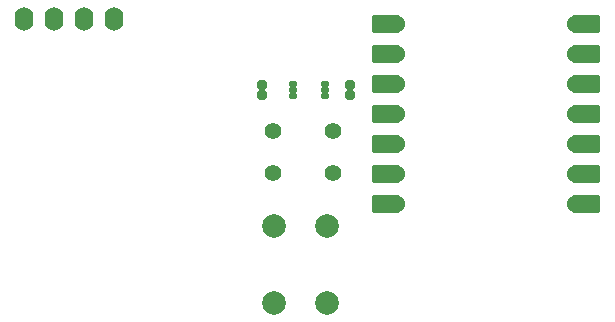
<source format=gbr>
%TF.GenerationSoftware,KiCad,Pcbnew,9.0.3*%
%TF.CreationDate,2025-08-02T05:50:16+03:00*%
%TF.ProjectId,LuminanceMeter,4c756d69-6e61-46e6-9365-4d657465722e,V0.1*%
%TF.SameCoordinates,Original*%
%TF.FileFunction,Soldermask,Top*%
%TF.FilePolarity,Negative*%
%FSLAX46Y46*%
G04 Gerber Fmt 4.6, Leading zero omitted, Abs format (unit mm)*
G04 Created by KiCad (PCBNEW 9.0.3) date 2025-08-02 05:50:16*
%MOMM*%
%LPD*%
G01*
G04 APERTURE LIST*
G04 Aperture macros list*
%AMRoundRect*
0 Rectangle with rounded corners*
0 $1 Rounding radius*
0 $2 $3 $4 $5 $6 $7 $8 $9 X,Y pos of 4 corners*
0 Add a 4 corners polygon primitive as box body*
4,1,4,$2,$3,$4,$5,$6,$7,$8,$9,$2,$3,0*
0 Add four circle primitives for the rounded corners*
1,1,$1+$1,$2,$3*
1,1,$1+$1,$4,$5*
1,1,$1+$1,$6,$7*
1,1,$1+$1,$8,$9*
0 Add four rect primitives between the rounded corners*
20,1,$1+$1,$2,$3,$4,$5,0*
20,1,$1+$1,$4,$5,$6,$7,0*
20,1,$1+$1,$6,$7,$8,$9,0*
20,1,$1+$1,$8,$9,$2,$3,0*%
G04 Aperture macros list end*
%ADD10O,1.600000X2.000000*%
%ADD11C,1.400000*%
%ADD12RoundRect,0.102000X-0.275000X-0.125000X0.275000X-0.125000X0.275000X0.125000X-0.275000X0.125000X0*%
%ADD13C,2.000000*%
%ADD14RoundRect,0.152400X1.063600X0.609600X-1.063600X0.609600X-1.063600X-0.609600X1.063600X-0.609600X0*%
%ADD15C,1.524000*%
%ADD16RoundRect,0.152400X-1.063600X-0.609600X1.063600X-0.609600X1.063600X0.609600X-1.063600X0.609600X0*%
%ADD17RoundRect,0.210410X-0.191590X0.186590X-0.191590X-0.186590X0.191590X-0.186590X0.191590X0.186590X0*%
G04 APERTURE END LIST*
D10*
%TO.C,Brd1*%
X85880000Y-62000000D03*
X88420000Y-62000000D03*
X90960000Y-62000000D03*
X93500000Y-62000000D03*
%TD*%
D11*
%TO.C,R2*%
X112000000Y-75000000D03*
X106920000Y-75000000D03*
%TD*%
D12*
%TO.C,U2*%
X108625000Y-67500000D03*
X108625000Y-68000000D03*
X108625000Y-68500000D03*
X111375000Y-68500000D03*
X111375000Y-68000000D03*
X111375000Y-67500000D03*
%TD*%
D11*
%TO.C,R1*%
X112000000Y-71500000D03*
X106920000Y-71500000D03*
%TD*%
D13*
%TO.C,SW1*%
X111500000Y-79500000D03*
X111500000Y-86000000D03*
X107000000Y-79500000D03*
X107000000Y-86000000D03*
%TD*%
D14*
%TO.C,U1*%
X116545000Y-62380000D03*
D15*
X117380000Y-62380000D03*
D14*
X116545000Y-64920000D03*
D15*
X117380000Y-64920000D03*
D14*
X116545000Y-67460000D03*
D15*
X117380000Y-67460000D03*
D14*
X116545000Y-70000000D03*
D15*
X117380000Y-70000000D03*
D14*
X116545000Y-72540000D03*
D15*
X117380000Y-72540000D03*
D14*
X116545000Y-75080000D03*
D15*
X117380000Y-75080000D03*
D14*
X116545000Y-77620000D03*
D15*
X117380000Y-77620000D03*
X132620000Y-77620000D03*
D16*
X133455000Y-77620000D03*
D15*
X132620000Y-75080000D03*
D16*
X133455000Y-75080000D03*
D15*
X132620000Y-72540000D03*
D16*
X133455000Y-72540000D03*
D15*
X132620000Y-70000000D03*
D16*
X133455000Y-70000000D03*
D15*
X132620000Y-67460000D03*
D16*
X133455000Y-67460000D03*
D15*
X132620000Y-64920000D03*
D16*
X133455000Y-64920000D03*
D15*
X132620000Y-62380000D03*
D16*
X133455000Y-62380000D03*
%TD*%
D17*
%TO.C,C1*%
X106000000Y-67595000D03*
X106000000Y-68405000D03*
%TD*%
%TO.C,C2*%
X113500000Y-67595000D03*
X113500000Y-68405000D03*
%TD*%
M02*

</source>
